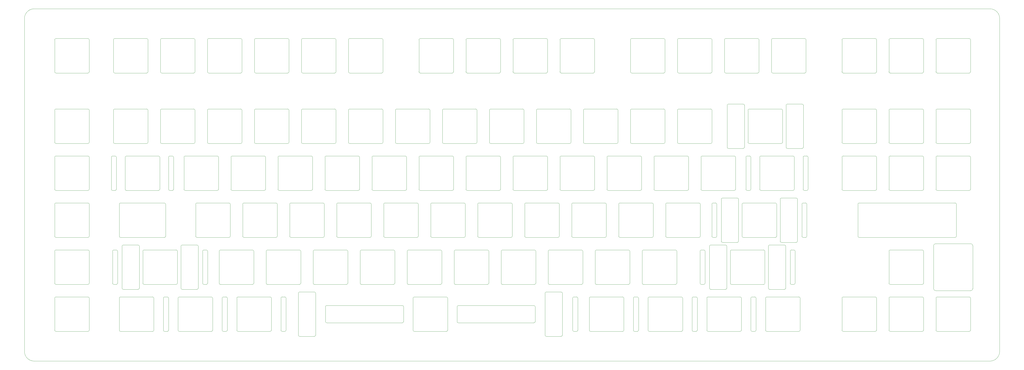
<source format=gm1>
%TF.GenerationSoftware,KiCad,Pcbnew,(6.0.0)*%
%TF.CreationDate,2022-03-09T15:54:11-05:00*%
%TF.ProjectId,custom_keyboard plate v3,63757374-6f6d-45f6-9b65-79626f617264,rev?*%
%TF.SameCoordinates,Original*%
%TF.FileFunction,Profile,NP*%
%FSLAX46Y46*%
G04 Gerber Fmt 4.6, Leading zero omitted, Abs format (unit mm)*
G04 Created by KiCad (PCBNEW (6.0.0)) date 2022-03-09 15:54:11*
%MOMM*%
%LPD*%
G01*
G04 APERTURE LIST*
%TA.AperFunction,Profile*%
%ADD10C,0.100000*%
%TD*%
%TA.AperFunction,Profile*%
%ADD11C,0.050000*%
%TD*%
G04 APERTURE END LIST*
D10*
X167094700Y-193030451D02*
X167094700Y-199030451D01*
X135927000Y-192530451D02*
X166594700Y-192530451D01*
X135427000Y-199030451D02*
X135427000Y-193030451D01*
X135927000Y-199530451D02*
X166594700Y-199530451D01*
X135427000Y-199030451D02*
G75*
G03*
X135927000Y-199530451I500001J1D01*
G01*
X135927000Y-192530451D02*
G75*
G03*
X135427000Y-193030451I1J-500001D01*
G01*
X167094700Y-193030451D02*
G75*
G03*
X166594700Y-192530451I-500001J-1D01*
G01*
X166594700Y-199530451D02*
G75*
G03*
X167094700Y-199030451I-1J500001D01*
G01*
X51877250Y-164452901D02*
G75*
G03*
X52377250Y-164952901I500001J1D01*
G01*
X52377250Y-164952901D02*
X70139750Y-164950501D01*
X52377250Y-150952901D02*
X70139750Y-150950501D01*
X51877250Y-151452901D02*
X51877250Y-164452901D01*
X52377250Y-150952901D02*
G75*
G03*
X51877250Y-151452901I1J-500001D01*
G01*
X219933000Y-192556151D02*
X189265300Y-192556151D01*
X220433000Y-193056151D02*
G75*
G03*
X219933000Y-192556151I-500001J-1D01*
G01*
X188765300Y-199056151D02*
X188765300Y-193056151D01*
X189265300Y-192556151D02*
G75*
G03*
X188765300Y-193056151I1J-500001D01*
G01*
X219933000Y-199556151D02*
G75*
G03*
X220433000Y-199056151I-1J500001D01*
G01*
X188765300Y-199056151D02*
G75*
G03*
X189265300Y-199556151I500001J1D01*
G01*
X220433000Y-193056151D02*
X220433000Y-199056151D01*
X219933000Y-199556151D02*
X189265300Y-199556151D01*
X344771000Y-132399301D02*
X344771000Y-145399301D01*
X345271000Y-131899301D02*
X358271000Y-131899301D01*
X363821000Y-132399301D02*
X363821000Y-145399301D01*
X396871000Y-132399301D02*
X396871000Y-145399301D01*
X377821000Y-132399301D02*
G75*
G03*
X377321000Y-131899301I-500001J-1D01*
G01*
X377321000Y-145899301D02*
G75*
G03*
X377821000Y-145399301I-1J500001D01*
G01*
X358771000Y-132399301D02*
G75*
G03*
X358271000Y-131899301I-500001J-1D01*
G01*
X396371000Y-145899301D02*
G75*
G03*
X396871000Y-145399301I-1J500001D01*
G01*
X382871000Y-132399301D02*
X382871000Y-145399301D01*
X383371000Y-131899301D02*
X396371000Y-131899301D01*
X358771000Y-132399301D02*
X358771000Y-145399301D01*
X345271000Y-145899301D02*
X358271000Y-145899301D01*
X396871000Y-132399301D02*
G75*
G03*
X396371000Y-131899301I-500001J-1D01*
G01*
X377821000Y-132399301D02*
X377821000Y-145399301D01*
X383371000Y-131899301D02*
G75*
G03*
X382871000Y-132399301I1J-500001D01*
G01*
X364321000Y-131899301D02*
X377321000Y-131899301D01*
X364321000Y-131899301D02*
G75*
G03*
X363821000Y-132399301I1J-500001D01*
G01*
X363821000Y-145399301D02*
G75*
G03*
X364321000Y-145899301I500001J1D01*
G01*
X364321000Y-145899301D02*
X377321000Y-145899301D01*
X383371000Y-145899301D02*
X396371000Y-145899301D01*
X358271000Y-145899301D02*
G75*
G03*
X358771000Y-145399301I-1J500001D01*
G01*
X344771000Y-145399301D02*
G75*
G03*
X345271000Y-145899301I500001J1D01*
G01*
X382871000Y-145399301D02*
G75*
G03*
X383371000Y-145899301I500001J1D01*
G01*
X345271000Y-131899301D02*
G75*
G03*
X344771000Y-132399301I1J-500001D01*
G01*
X363821000Y-84777301D02*
X363821000Y-97777301D01*
X377821000Y-84777301D02*
G75*
G03*
X377321000Y-84277301I-500001J-1D01*
G01*
X377321000Y-98277301D02*
G75*
G03*
X377821000Y-97777301I-1J500001D01*
G01*
X377821000Y-84777301D02*
X377821000Y-97777301D01*
X364321000Y-84277301D02*
X377321000Y-84277301D01*
X364321000Y-84277301D02*
G75*
G03*
X363821000Y-84777301I1J-500001D01*
G01*
X363821000Y-97777301D02*
G75*
G03*
X364321000Y-98277301I500001J1D01*
G01*
X364321000Y-98277301D02*
X377321000Y-98277301D01*
X305233000Y-111345701D02*
G75*
G03*
X304733000Y-110845701I-500001J-1D01*
G01*
X298733000Y-110845701D02*
G75*
G03*
X298233000Y-111345701I1J-500001D01*
G01*
X298233000Y-128350501D02*
X298233000Y-111345701D01*
X305233000Y-128350501D02*
X305233000Y-111345701D01*
X298733000Y-110845701D02*
X304733000Y-110845701D01*
X329109000Y-111345701D02*
G75*
G03*
X328609000Y-110845701I-500001J-1D01*
G01*
X322609000Y-110845701D02*
G75*
G03*
X322109000Y-111345701I1J-500001D01*
G01*
X322609000Y-110845701D02*
X328609000Y-110845701D01*
X61917700Y-183996901D02*
X74917700Y-183996901D01*
X61917700Y-169996901D02*
G75*
G03*
X61417700Y-170496901I1J-500001D01*
G01*
X61417700Y-170496901D02*
X61417700Y-183496901D01*
X61417700Y-183496901D02*
G75*
G03*
X61917700Y-183996901I500001J1D01*
G01*
X74917700Y-183996901D02*
G75*
G03*
X75417700Y-183496901I-1J500001D01*
G01*
X75417700Y-170496901D02*
G75*
G03*
X74917700Y-169996901I-500001J-1D01*
G01*
X75417700Y-170496901D02*
X75417700Y-183496901D01*
X61917700Y-169996901D02*
X74917700Y-169996901D01*
X130939750Y-187036101D02*
X124939750Y-187036101D01*
X131439750Y-187536101D02*
G75*
G03*
X130939750Y-187036101I-500001J-1D01*
G01*
X124939750Y-187036101D02*
G75*
G03*
X124439750Y-187536101I1J-500001D01*
G01*
X230939750Y-187036101D02*
X224939750Y-187036101D01*
X231439750Y-187536101D02*
G75*
G03*
X230939750Y-187036101I-500001J-1D01*
G01*
X224939750Y-187036101D02*
G75*
G03*
X224439750Y-187536101I1J-500001D01*
G01*
X70235650Y-189042702D02*
G75*
G03*
X69735650Y-189542702I1J-500001D01*
G01*
X71830150Y-202542701D02*
X71830150Y-189542702D01*
X70235650Y-189042702D02*
X71330150Y-189042702D01*
X69735650Y-202542701D02*
G75*
G03*
X70235650Y-203042701I500001J1D01*
G01*
X70235650Y-203042701D02*
X71330150Y-203042701D01*
X71330150Y-203042701D02*
G75*
G03*
X71830150Y-202542701I-1J500001D01*
G01*
X69735650Y-202542701D02*
X69735650Y-189542702D01*
X71830150Y-189542702D02*
G75*
G03*
X71330150Y-189042702I-500001J-1D01*
G01*
X93546650Y-202542701D02*
X93546650Y-189542702D01*
X94046650Y-189042702D02*
G75*
G03*
X93546650Y-189542702I1J-500001D01*
G01*
X95641150Y-189542702D02*
G75*
G03*
X95141150Y-189042702I-500001J-1D01*
G01*
X93546650Y-202542701D02*
G75*
G03*
X94046650Y-203042701I500001J1D01*
G01*
X94046650Y-203042701D02*
X95141150Y-203042701D01*
X95641150Y-202542701D02*
X95641150Y-189542702D01*
X94046650Y-189042702D02*
X95141150Y-189042702D01*
X95141150Y-203042701D02*
G75*
G03*
X95641150Y-202542701I-1J500001D01*
G01*
X117857650Y-189042702D02*
G75*
G03*
X117357650Y-189542702I1J-500001D01*
G01*
X119452150Y-189542702D02*
G75*
G03*
X118952150Y-189042702I-500001J-1D01*
G01*
X117357650Y-202542701D02*
G75*
G03*
X117857650Y-203042701I500001J1D01*
G01*
X119452150Y-202542701D02*
X119452150Y-189542702D01*
X117857650Y-203042701D02*
X118952150Y-203042701D01*
X117857650Y-189042702D02*
X118952150Y-189042702D01*
X117357650Y-202542701D02*
X117357650Y-189542702D01*
X118952150Y-203042701D02*
G75*
G03*
X119452150Y-202542701I-1J500001D01*
G01*
X309440150Y-203042701D02*
G75*
G03*
X309940150Y-202542701I-1J500001D01*
G01*
X308345650Y-189042702D02*
G75*
G03*
X307845650Y-189542702I1J-500001D01*
G01*
X309940150Y-202542701D02*
X309940150Y-189542702D01*
X308345650Y-203042701D02*
X309440150Y-203042701D01*
X309940150Y-189542702D02*
G75*
G03*
X309440150Y-189042702I-500001J-1D01*
G01*
X307845650Y-202542701D02*
X307845650Y-189542702D01*
X307845650Y-202542701D02*
G75*
G03*
X308345650Y-203042701I500001J1D01*
G01*
X308345650Y-189042702D02*
X309440150Y-189042702D01*
X284534650Y-189042702D02*
X285629150Y-189042702D01*
X284034650Y-202542701D02*
X284034650Y-189542702D01*
X284034650Y-202542701D02*
G75*
G03*
X284534650Y-203042701I500001J1D01*
G01*
X284534650Y-189042702D02*
G75*
G03*
X284034650Y-189542702I1J-500001D01*
G01*
X285629150Y-203042701D02*
G75*
G03*
X286129150Y-202542701I-1J500001D01*
G01*
X284534650Y-203042701D02*
X285629150Y-203042701D01*
X286129150Y-189542702D02*
G75*
G03*
X285629150Y-189042702I-500001J-1D01*
G01*
X286129150Y-202542701D02*
X286129150Y-189542702D01*
X260723650Y-189042702D02*
G75*
G03*
X260223650Y-189542702I1J-500001D01*
G01*
X260223650Y-202542701D02*
X260223650Y-189542702D01*
X262318150Y-202542701D02*
X262318150Y-189542702D01*
X262318150Y-189542702D02*
G75*
G03*
X261818150Y-189042702I-500001J-1D01*
G01*
X260723650Y-189042702D02*
X261818150Y-189042702D01*
X260223650Y-202542701D02*
G75*
G03*
X260723650Y-203042701I500001J1D01*
G01*
X261818150Y-203042701D02*
G75*
G03*
X262318150Y-202542701I-1J500001D01*
G01*
X260723650Y-203042701D02*
X261818150Y-203042701D01*
X82544800Y-84775501D02*
G75*
G03*
X82044800Y-84275501I-500001J-1D01*
G01*
X68544800Y-84775501D02*
X68544800Y-97775500D01*
X82544800Y-84775501D02*
X82544800Y-97775500D01*
X69044800Y-84275501D02*
G75*
G03*
X68544800Y-84775501I1J-500001D01*
G01*
X69044800Y-84275501D02*
X82044800Y-84275501D01*
X69044800Y-98275500D02*
X82044800Y-98275500D01*
X82044800Y-98275500D02*
G75*
G03*
X82544800Y-97775500I-1J500001D01*
G01*
X68544800Y-97775500D02*
G75*
G03*
X69044800Y-98275500I500001J1D01*
G01*
X77355700Y-167992101D02*
X83355700Y-167992101D01*
X53479700Y-185996901D02*
X59479700Y-185996901D01*
X77355700Y-185996901D02*
X83355700Y-185996901D01*
X83855700Y-168492101D02*
G75*
G03*
X83355700Y-167992101I-500001J-1D01*
G01*
X59979700Y-185496901D02*
X59979700Y-168492101D01*
X59479700Y-185996901D02*
G75*
G03*
X59979700Y-185496901I-1J500001D01*
G01*
X52979700Y-185496901D02*
G75*
G03*
X53479700Y-185996901I500001J1D01*
G01*
X76855700Y-185496901D02*
G75*
G03*
X77355700Y-185996901I500001J1D01*
G01*
X52979700Y-185496901D02*
X52979700Y-168492101D01*
X77355700Y-167992101D02*
G75*
G03*
X76855700Y-168492101I1J-500001D01*
G01*
X83355700Y-185996901D02*
G75*
G03*
X83855700Y-185496901I-1J500001D01*
G01*
X76855700Y-168492101D02*
X76855700Y-185496901D01*
X83855700Y-168492101D02*
X83855700Y-185496901D01*
X59979700Y-168492101D02*
G75*
G03*
X59479700Y-167992101I-500001J-1D01*
G01*
X53479700Y-167992101D02*
X59479700Y-167992101D01*
X53479700Y-167992101D02*
G75*
G03*
X52979700Y-168492101I1J-500001D01*
G01*
X130939750Y-205050501D02*
X124939750Y-205050501D01*
X130939750Y-205050501D02*
G75*
G03*
X131439750Y-204550501I-1J500001D01*
G01*
X124439750Y-204550501D02*
G75*
G03*
X124939750Y-205050501I500001J1D01*
G01*
X230939750Y-205050501D02*
G75*
G03*
X231439750Y-204550501I-1J500001D01*
G01*
X224439750Y-204550501D02*
G75*
G03*
X224939750Y-205050501I500001J1D01*
G01*
X230939750Y-205050501D02*
X224939750Y-205050501D01*
X304789900Y-164948101D02*
X317789900Y-164948101D01*
X318289900Y-151448101D02*
G75*
G03*
X317789900Y-150948101I-500001J-1D01*
G01*
X304789900Y-150948101D02*
X317789900Y-150948101D01*
X302351900Y-166948101D02*
G75*
G03*
X302851900Y-166448101I-1J500001D01*
G01*
X296351900Y-166948101D02*
X302351900Y-166948101D01*
X319727900Y-166448101D02*
G75*
G03*
X320227900Y-166948101I500001J1D01*
G01*
X319727900Y-149443301D02*
X319727900Y-166448101D01*
X326727900Y-149443301D02*
X326727900Y-166448101D01*
X320227900Y-166948101D02*
X326227900Y-166948101D01*
X317789900Y-164948101D02*
G75*
G03*
X318289900Y-164448101I-1J500001D01*
G01*
X304789900Y-150948101D02*
G75*
G03*
X304289900Y-151448101I1J-500001D01*
G01*
X326227900Y-166948101D02*
G75*
G03*
X326727900Y-166448101I-1J500001D01*
G01*
X318289900Y-151448101D02*
X318289900Y-164448101D01*
X295851900Y-166448101D02*
G75*
G03*
X296351900Y-166948101I500001J1D01*
G01*
X304289900Y-151448101D02*
X304289900Y-164448101D01*
X304289900Y-164448101D02*
G75*
G03*
X304789900Y-164948101I500001J1D01*
G01*
X320227900Y-148943301D02*
G75*
G03*
X319727900Y-149443301I1J-500001D01*
G01*
X302851900Y-166448101D02*
X302851900Y-149443301D01*
X296351900Y-148943301D02*
G75*
G03*
X295851900Y-149443301I1J-500001D01*
G01*
X326727900Y-149443301D02*
G75*
G03*
X326227900Y-148943301I-500001J-1D01*
G01*
X295851900Y-166448101D02*
X295851900Y-149443301D01*
X320227900Y-148943301D02*
X326227900Y-148943301D01*
X302851900Y-149443301D02*
G75*
G03*
X302351900Y-148943301I-500001J-1D01*
G01*
X296351900Y-148943301D02*
X302351900Y-148943301D01*
X300027700Y-169996901D02*
G75*
G03*
X299527700Y-170496901I1J-500001D01*
G01*
X315465700Y-167992101D02*
X321465700Y-167992101D01*
X298089700Y-168492101D02*
G75*
G03*
X297589700Y-167992101I-500001J-1D01*
G01*
X297589700Y-185996901D02*
G75*
G03*
X298089700Y-185496901I-1J500001D01*
G01*
X314965700Y-185496901D02*
G75*
G03*
X315465700Y-185996901I500001J1D01*
G01*
X315465700Y-185996901D02*
X321465700Y-185996901D01*
X313527700Y-170496901D02*
X313527700Y-183496901D01*
X315465700Y-167992101D02*
G75*
G03*
X314965700Y-168492101I1J-500001D01*
G01*
X291589700Y-167992101D02*
G75*
G03*
X291089700Y-168492101I1J-500001D01*
G01*
X291089700Y-185496901D02*
X291089700Y-168492101D01*
X291589700Y-167992101D02*
X297589700Y-167992101D01*
X300027700Y-169996901D02*
X313027700Y-169996901D01*
X291089700Y-185496901D02*
G75*
G03*
X291589700Y-185996901I500001J1D01*
G01*
X314965700Y-168492101D02*
X314965700Y-185496901D01*
X299527700Y-170496901D02*
X299527700Y-183496901D01*
X299527700Y-183496901D02*
G75*
G03*
X300027700Y-183996901I500001J1D01*
G01*
X313027700Y-183996901D02*
G75*
G03*
X313527700Y-183496901I-1J500001D01*
G01*
X291589700Y-185996901D02*
X297589700Y-185996901D01*
X298089700Y-185496901D02*
X298089700Y-168492101D01*
X321965700Y-168492101D02*
X321965700Y-185496901D01*
X300027700Y-183996901D02*
X313027700Y-183996901D01*
X321465700Y-185996901D02*
G75*
G03*
X321965700Y-185496901I-1J500001D01*
G01*
X313527700Y-170496901D02*
G75*
G03*
X313027700Y-169996901I-500001J-1D01*
G01*
X321965700Y-168492101D02*
G75*
G03*
X321465700Y-167992101I-500001J-1D01*
G01*
X263521000Y-132400501D02*
G75*
G03*
X263021000Y-131900501I-500001J-1D01*
G01*
X120146000Y-98275500D02*
G75*
G03*
X120646000Y-97775500I-1J500001D01*
G01*
X173821000Y-84275501D02*
G75*
G03*
X173321000Y-84775501I1J-500001D01*
G01*
X101096000Y-126850501D02*
G75*
G03*
X101596000Y-126350501I-1J500001D01*
G01*
X377821000Y-189550501D02*
G75*
G03*
X377321000Y-189050501I-500001J-1D01*
G01*
X26183500Y-170000501D02*
X39183499Y-170000501D01*
X173321000Y-145400501D02*
G75*
G03*
X173821000Y-145900501I500001J1D01*
G01*
X220658500Y-170500501D02*
G75*
G03*
X220158500Y-170000501I-500001J-1D01*
G01*
X111408500Y-170500501D02*
X111408500Y-183500501D01*
X164296000Y-112850501D02*
X177296000Y-112850501D01*
X306671000Y-113350501D02*
X306671000Y-126350501D01*
X245258500Y-170000501D02*
G75*
G03*
X244758500Y-170500501I1J-500001D01*
G01*
X120933500Y-164450501D02*
G75*
G03*
X121433500Y-164950501I500001J1D01*
G01*
D11*
X404723999Y-72226700D02*
X17398399Y-72226700D01*
D10*
X169058500Y-170000501D02*
X182058500Y-170000501D01*
X135221000Y-145400501D02*
G75*
G03*
X135721000Y-145900501I500001J1D01*
G01*
X236116550Y-189042702D02*
X237211050Y-189042702D01*
X316196000Y-97775500D02*
G75*
G03*
X316696000Y-98275500I500001J1D01*
G01*
X49158500Y-131900501D02*
G75*
G03*
X48658500Y-132400501I1J-500001D01*
G01*
X263808500Y-183500501D02*
G75*
G03*
X264308500Y-184000501I500001J1D01*
G01*
X88096000Y-84275501D02*
X101096000Y-84275501D01*
X192871000Y-145900501D02*
X205871000Y-145900501D01*
X39683499Y-151450501D02*
G75*
G03*
X39183499Y-150950501I-500001J-1D01*
G01*
X192871000Y-131900501D02*
G75*
G03*
X192371000Y-132400501I1J-500001D01*
G01*
X259546000Y-84275501D02*
G75*
G03*
X259046000Y-84775501I1J-500001D01*
G01*
X253996000Y-113350501D02*
G75*
G03*
X253496000Y-112850501I-500001J-1D01*
G01*
X234446000Y-126850501D02*
G75*
G03*
X234946000Y-126350501I-1J500001D01*
G01*
X244471000Y-84775501D02*
X244471000Y-97775500D01*
X397784900Y-185725201D02*
X397784900Y-168263801D01*
X320671000Y-113350501D02*
X320671000Y-126350501D01*
X169058500Y-170000501D02*
G75*
G03*
X168558500Y-170500501I1J-500001D01*
G01*
X25683500Y-202550501D02*
G75*
G03*
X26183500Y-203050501I500001J1D01*
G01*
X197633500Y-164950501D02*
X210633500Y-164950501D01*
X259046000Y-113350501D02*
X259046000Y-126350501D01*
X329533500Y-131900501D02*
X330533500Y-131900501D01*
X382871000Y-202550501D02*
G75*
G03*
X383371000Y-203050501I500001J1D01*
G01*
X224439750Y-187536101D02*
X224439750Y-204550501D01*
X329533500Y-145900501D02*
X330533500Y-145900501D01*
X239708500Y-170500501D02*
G75*
G03*
X239208500Y-170000501I-500001J-1D01*
G01*
X126196000Y-126850501D02*
X139196000Y-126850501D01*
X167771000Y-145900501D02*
G75*
G03*
X168271000Y-145400501I-1J500001D01*
G01*
X278596000Y-98275500D02*
X291596000Y-98275500D01*
X211921000Y-145900501D02*
X224921000Y-145900501D01*
X220658500Y-170500501D02*
X220658500Y-183500501D01*
X192371000Y-132400501D02*
X192371000Y-145400501D01*
X49652250Y-170000501D02*
X50652250Y-170000501D01*
X50658500Y-132400501D02*
G75*
G03*
X50158500Y-131900501I-500001J-1D01*
G01*
X363821000Y-183500501D02*
G75*
G03*
X364321000Y-184000501I500001J1D01*
G01*
X39683499Y-84775501D02*
G75*
G03*
X39183499Y-84275501I-500001J-1D01*
G01*
X396871000Y-113350501D02*
G75*
G03*
X396371000Y-112850501I-500001J-1D01*
G01*
X263521000Y-132400501D02*
X263521000Y-145400501D01*
X259046000Y-97775500D02*
G75*
G03*
X259546000Y-98275500I500001J1D01*
G01*
X126196000Y-98275500D02*
X139196000Y-98275500D01*
X364321000Y-184000501D02*
X377321000Y-184000501D01*
X201608500Y-170500501D02*
X201608500Y-183500501D01*
X187608500Y-170500501D02*
X187608500Y-183500501D01*
X235233500Y-164450501D02*
G75*
G03*
X235733500Y-164950501I500001J1D01*
G01*
X216683500Y-164950501D02*
X229683500Y-164950501D01*
X101883500Y-151450501D02*
X101883500Y-164450501D01*
X345271000Y-189050501D02*
X358271000Y-189050501D01*
X358771000Y-189550501D02*
X358771000Y-202550501D01*
X154771000Y-145900501D02*
X167771000Y-145900501D01*
X168271000Y-132400501D02*
G75*
G03*
X167771000Y-131900501I-500001J-1D01*
G01*
X391141601Y-151449301D02*
G75*
G03*
X390641601Y-150949301I-500001J-1D01*
G01*
X144746000Y-113350501D02*
X144746000Y-126350501D01*
X225421000Y-132400501D02*
G75*
G03*
X224921000Y-131900501I-500001J-1D01*
G01*
X78571000Y-131900501D02*
G75*
G03*
X78071000Y-132400501I1J-500001D01*
G01*
X363821000Y-126350501D02*
G75*
G03*
X364321000Y-126850501I500001J1D01*
G01*
X216183500Y-151450501D02*
X216183500Y-164450501D01*
X149221000Y-132400501D02*
X149221000Y-145400501D01*
X344771000Y-126350501D02*
G75*
G03*
X345271000Y-126850501I500001J1D01*
G01*
X207158500Y-170000501D02*
G75*
G03*
X206658500Y-170500501I1J-500001D01*
G01*
X235733500Y-164950501D02*
X248733500Y-164950501D01*
X311933500Y-131900501D02*
G75*
G03*
X311433500Y-132400501I1J-500001D01*
G01*
X25683500Y-164450501D02*
G75*
G03*
X26183500Y-164950501I500001J1D01*
G01*
X139696000Y-113350501D02*
G75*
G03*
X139196000Y-112850501I-500001J-1D01*
G01*
X92358500Y-183500501D02*
G75*
G03*
X92858500Y-184000501I500001J1D01*
G01*
X39683499Y-151450501D02*
X39683499Y-164450501D01*
X129671000Y-145900501D02*
G75*
G03*
X130171000Y-145400501I-1J500001D01*
G01*
X65877250Y-189550501D02*
X65877250Y-202550501D01*
X26183500Y-150950501D02*
X39183499Y-150950501D01*
X287620999Y-145400501D02*
G75*
G03*
X288120999Y-145900501I500001J1D01*
G01*
X163508500Y-170500501D02*
G75*
G03*
X163008500Y-170000501I-500001J-1D01*
G01*
X226208500Y-184000501D02*
X239208500Y-184000501D01*
X269071000Y-131900501D02*
G75*
G03*
X268571000Y-132400501I1J-500001D01*
G01*
X303502250Y-203050501D02*
G75*
G03*
X304002250Y-202550501I-1J500001D01*
G01*
X239996000Y-113350501D02*
X239996000Y-126350501D01*
X254783500Y-150950501D02*
G75*
G03*
X254283500Y-151450501I1J-500001D01*
G01*
X383371000Y-126850501D02*
X396371000Y-126850501D01*
X269071000Y-145900501D02*
X282071000Y-145900501D01*
X292539750Y-164950501D02*
X293539750Y-164950501D01*
X236116550Y-203042701D02*
X237211050Y-203042701D01*
X101596000Y-113350501D02*
X101596000Y-126350501D01*
X328609000Y-128850501D02*
G75*
G03*
X329109000Y-128350501I-1J500001D01*
G01*
X239208500Y-184000501D02*
G75*
G03*
X239708500Y-183500501I-1J500001D01*
G01*
X250021000Y-145900501D02*
X263021000Y-145900501D01*
X113502250Y-189550501D02*
G75*
G03*
X113002250Y-189050501I-500001J-1D01*
G01*
X39683499Y-170500501D02*
X39683499Y-183500501D01*
X225421000Y-84775501D02*
X225421000Y-97775500D01*
X280189750Y-189550501D02*
X280189750Y-202550501D01*
X235616550Y-202542701D02*
X235616550Y-189542702D01*
X278596000Y-84275501D02*
G75*
G03*
X278096000Y-84775501I1J-500001D01*
G01*
X140483500Y-164950501D02*
X153483499Y-164950501D01*
X272546000Y-126850501D02*
G75*
G03*
X273046000Y-126350501I-1J500001D01*
G01*
X183346000Y-112850501D02*
X196346000Y-112850501D01*
X291596000Y-126850501D02*
G75*
G03*
X292096000Y-126350501I-1J500001D01*
G01*
X304002250Y-189550501D02*
G75*
G03*
X303502250Y-189050501I-500001J-1D01*
G01*
X287277249Y-170500501D02*
X287277249Y-183500501D01*
X184439750Y-203050501D02*
G75*
G03*
X184939750Y-202550501I-1J500001D01*
G01*
X301621000Y-132400501D02*
X301621000Y-145400501D01*
X102383500Y-164950501D02*
X115383500Y-164950501D01*
X63496000Y-113350501D02*
G75*
G03*
X62996000Y-112850501I-500001J-1D01*
G01*
X130958500Y-170000501D02*
X143958500Y-170000501D01*
X106646000Y-84775501D02*
X106646000Y-97775500D01*
X26183500Y-84275501D02*
G75*
G03*
X25683500Y-84775501I1J-500001D01*
G01*
X311433500Y-145400501D02*
G75*
G03*
X311933500Y-145900501I500001J1D01*
G01*
X130171000Y-132400501D02*
X130171000Y-145400501D01*
X215896000Y-113350501D02*
G75*
G03*
X215396000Y-112850501I-500001J-1D01*
G01*
X351750299Y-164949301D02*
X390641601Y-164949301D01*
X216683500Y-150950501D02*
G75*
G03*
X216183500Y-151450501I1J-500001D01*
G01*
X243971000Y-145900501D02*
G75*
G03*
X244471000Y-145400501I-1J500001D01*
G01*
X139983500Y-164450501D02*
G75*
G03*
X140483500Y-164950501I500001J1D01*
G01*
X115883500Y-151450501D02*
X115883500Y-164450501D01*
X168558500Y-183500501D02*
G75*
G03*
X169058500Y-184000501I500001J1D01*
G01*
X273046000Y-84775501D02*
X273046000Y-97775500D01*
X134933500Y-151450501D02*
X134933500Y-164450501D01*
X111121000Y-132400501D02*
G75*
G03*
X110621000Y-131900501I-500001J-1D01*
G01*
X178583500Y-150950501D02*
X191583500Y-150950501D01*
X168271000Y-132400501D02*
X168271000Y-145400501D01*
X201108500Y-184000501D02*
G75*
G03*
X201608500Y-183500501I-1J500001D01*
G01*
X230971000Y-131900501D02*
X243971000Y-131900501D01*
D11*
X17398399Y-215092700D02*
X404723999Y-215092700D01*
D10*
X377821000Y-170500501D02*
G75*
G03*
X377321000Y-170000501I-500001J-1D01*
G01*
X196846000Y-113350501D02*
X196846000Y-126350501D01*
X26183500Y-189050501D02*
G75*
G03*
X25683500Y-189550501I1J-500001D01*
G01*
X205871000Y-98275500D02*
G75*
G03*
X206371000Y-97775500I-1J500001D01*
G01*
X158746000Y-84775501D02*
X158746000Y-97775500D01*
X266689750Y-189050501D02*
X279689750Y-189050501D01*
X145246000Y-84275501D02*
G75*
G03*
X144746000Y-84775501I1J-500001D01*
G01*
X330539750Y-151450501D02*
G75*
G03*
X330039750Y-150950501I-500001J-1D01*
G01*
X121433500Y-164950501D02*
X134433500Y-164950501D01*
X173821000Y-131900501D02*
X186821000Y-131900501D01*
X192871000Y-131900501D02*
X205871000Y-131900501D01*
X377321000Y-126850501D02*
G75*
G03*
X377821000Y-126350501I-1J500001D01*
G01*
X225421000Y-132400501D02*
X225421000Y-145400501D01*
X287333500Y-151450501D02*
G75*
G03*
X286833500Y-150950501I-500001J-1D01*
G01*
X272546000Y-98275500D02*
G75*
G03*
X273046000Y-97775500I-1J500001D01*
G01*
X330039750Y-164950501D02*
G75*
G03*
X330539750Y-164450501I-1J500001D01*
G01*
X63496000Y-113350501D02*
X63496000Y-126350501D01*
X49996000Y-112850501D02*
G75*
G03*
X49496000Y-113350501I1J-500001D01*
G01*
X211921000Y-131900501D02*
G75*
G03*
X211421000Y-132400501I1J-500001D01*
G01*
X54758500Y-131900501D02*
X67758500Y-131900501D01*
X290502250Y-189050501D02*
G75*
G03*
X290002250Y-189550501I1J-500001D01*
G01*
X65377250Y-203050501D02*
G75*
G03*
X65877250Y-202550501I-1J500001D01*
G01*
X278096000Y-113350501D02*
X278096000Y-126350501D01*
X325433500Y-132400501D02*
X325433500Y-145400501D01*
X75689750Y-189550501D02*
X75689750Y-202550501D01*
X382871000Y-84775501D02*
X382871000Y-97775500D01*
X120646000Y-113350501D02*
X120646000Y-126350501D01*
X256377250Y-189550501D02*
X256377250Y-202550501D01*
X116671000Y-131900501D02*
G75*
G03*
X116171000Y-132400501I1J-500001D01*
G01*
X273046000Y-84775501D02*
G75*
G03*
X272546000Y-84275501I-500001J-1D01*
G01*
X159033500Y-164450501D02*
G75*
G03*
X159533500Y-164950501I500001J1D01*
G01*
D11*
X17398399Y-72226700D02*
G75*
G03*
X13429899Y-76195200I1J-3968501D01*
G01*
D10*
X106646000Y-126350501D02*
G75*
G03*
X107146000Y-126850501I500001J1D01*
G01*
X258758500Y-170500501D02*
X258758500Y-183500501D01*
X110621000Y-145900501D02*
G75*
G03*
X111121000Y-145400501I-1J500001D01*
G01*
X39683499Y-132400501D02*
G75*
G03*
X39183499Y-131900501I-500001J-1D01*
G01*
X231439750Y-187536101D02*
X231439750Y-204550501D01*
X68546000Y-113350501D02*
X68546000Y-126350501D01*
X25683500Y-145400501D02*
G75*
G03*
X26183500Y-145900501I500001J1D01*
G01*
X49996000Y-84275501D02*
X62996000Y-84275501D01*
X170939750Y-202550501D02*
G75*
G03*
X171439750Y-203050501I500001J1D01*
G01*
X39683499Y-132400501D02*
X39683499Y-145400501D01*
X126196000Y-112850501D02*
X139196000Y-112850501D01*
X329696000Y-98275500D02*
G75*
G03*
X330196000Y-97775500I-1J500001D01*
G01*
X235233500Y-151450501D02*
X235233500Y-164450501D01*
X381910900Y-168263801D02*
X381910900Y-185725201D01*
X269071000Y-131900501D02*
X282071000Y-131900501D01*
X120646000Y-84775501D02*
X120646000Y-97775500D01*
X351750299Y-150949301D02*
G75*
G03*
X351250299Y-151449301I1J-500001D01*
G01*
X192871000Y-84275501D02*
X205871000Y-84275501D01*
X294039750Y-151450501D02*
X294039750Y-164450501D01*
X202396000Y-112850501D02*
X215396000Y-112850501D01*
X306333500Y-131900501D02*
X307333500Y-131900501D01*
X287333500Y-151450501D02*
X287333500Y-164450501D01*
X26183500Y-126850501D02*
X39183499Y-126850501D01*
X153983499Y-151450501D02*
G75*
G03*
X153483499Y-150950501I-500001J-1D01*
G01*
X49496000Y-113350501D02*
X49496000Y-126350501D01*
X62996000Y-126850501D02*
G75*
G03*
X63496000Y-126350501I-1J500001D01*
G01*
X279689750Y-203050501D02*
G75*
G03*
X280189750Y-202550501I-1J500001D01*
G01*
X26183500Y-112850501D02*
G75*
G03*
X25683500Y-113350501I1J-500001D01*
G01*
X92358500Y-170500501D02*
X92358500Y-183500501D01*
X364321000Y-170000501D02*
X377321000Y-170000501D01*
X266189750Y-202550501D02*
G75*
G03*
X266689750Y-203050501I500001J1D01*
G01*
X54258500Y-132400501D02*
X54258500Y-145400501D01*
X192083500Y-151450501D02*
X192083500Y-164450501D01*
X89689750Y-189550501D02*
G75*
G03*
X89189750Y-189050501I-500001J-1D01*
G01*
X358771000Y-84775501D02*
G75*
G03*
X358271000Y-84275501I-500001J-1D01*
G01*
X250021000Y-131900501D02*
X263021000Y-131900501D01*
X324277250Y-170000501D02*
X325277250Y-170000501D01*
X139696000Y-113350501D02*
X139696000Y-126350501D01*
X358771000Y-113350501D02*
X358771000Y-126350501D01*
X351250299Y-164449301D02*
G75*
G03*
X351750299Y-164949301I500001J1D01*
G01*
X145246000Y-112850501D02*
G75*
G03*
X144746000Y-113350501I1J-500001D01*
G01*
X159533500Y-164950501D02*
X172533500Y-164950501D01*
X273833500Y-150950501D02*
G75*
G03*
X273333500Y-151450501I1J-500001D01*
G01*
X158246000Y-126850501D02*
G75*
G03*
X158746000Y-126350501I-1J500001D01*
G01*
X107146000Y-112850501D02*
G75*
G03*
X106646000Y-113350501I1J-500001D01*
G01*
X206371000Y-132400501D02*
X206371000Y-145400501D01*
X245258500Y-170000501D02*
X258258500Y-170000501D01*
X163796000Y-126350501D02*
G75*
G03*
X164296000Y-126850501I500001J1D01*
G01*
X267783500Y-164950501D02*
G75*
G03*
X268283500Y-164450501I-1J500001D01*
G01*
X234946000Y-113350501D02*
G75*
G03*
X234446000Y-112850501I-500001J-1D01*
G01*
X186821000Y-98275500D02*
G75*
G03*
X187321000Y-97775500I-1J500001D01*
G01*
X75689750Y-202550501D02*
G75*
G03*
X76189750Y-203050501I500001J1D01*
G01*
X188108500Y-170000501D02*
G75*
G03*
X187608500Y-170500501I1J-500001D01*
G01*
X205871000Y-145900501D02*
G75*
G03*
X206371000Y-145400501I-1J500001D01*
G01*
X100002250Y-189050501D02*
G75*
G03*
X99502250Y-189550501I1J-500001D01*
G01*
X383371000Y-203050501D02*
X396371000Y-203050501D01*
X63496000Y-84775501D02*
G75*
G03*
X62996000Y-84275501I-500001J-1D01*
G01*
X377821000Y-113350501D02*
X377821000Y-126350501D01*
X293539750Y-164950501D02*
G75*
G03*
X294039750Y-164450501I-1J500001D01*
G01*
X211421000Y-145400501D02*
G75*
G03*
X211921000Y-145900501I500001J1D01*
G01*
X101883500Y-164450501D02*
G75*
G03*
X102383500Y-164950501I500001J1D01*
G01*
X278096000Y-97775500D02*
G75*
G03*
X278596000Y-98275500I500001J1D01*
G01*
X173033500Y-151450501D02*
X173033500Y-164450501D01*
X144746000Y-84775501D02*
X144746000Y-97775500D01*
X289277249Y-170500501D02*
G75*
G03*
X288777249Y-170000501I-500001J-1D01*
G01*
X49996000Y-84275501D02*
G75*
G03*
X49496000Y-84775501I1J-500001D01*
G01*
X26183500Y-184000501D02*
X39183499Y-184000501D01*
X26183500Y-189050501D02*
X39183499Y-189050501D01*
X106646000Y-113350501D02*
X106646000Y-126350501D01*
X86152250Y-170000501D02*
G75*
G03*
X85652250Y-170500501I1J-500001D01*
G01*
X381910900Y-185725201D02*
G75*
G03*
X382704600Y-186518901I793699J-1D01*
G01*
X304733000Y-128850501D02*
G75*
G03*
X305233000Y-128350501I-1J500001D01*
G01*
X331033500Y-132400501D02*
X331033500Y-145400501D01*
X97621000Y-131900501D02*
G75*
G03*
X97121000Y-132400501I1J-500001D01*
G01*
X263021000Y-145900501D02*
G75*
G03*
X263521000Y-145400501I-1J500001D01*
G01*
X69046000Y-112850501D02*
G75*
G03*
X68546000Y-113350501I1J-500001D01*
G01*
X186821000Y-145900501D02*
G75*
G03*
X187321000Y-145400501I-1J500001D01*
G01*
X330533500Y-145900501D02*
G75*
G03*
X331033500Y-145400501I-1J500001D01*
G01*
X263808500Y-170500501D02*
X263808500Y-183500501D01*
X310646000Y-98275500D02*
G75*
G03*
X311146000Y-97775500I-1J500001D01*
G01*
X70139750Y-164950501D02*
G75*
G03*
X70639750Y-164450501I-1J500001D01*
G01*
X115883500Y-151450501D02*
G75*
G03*
X115383500Y-150950501I-500001J-1D01*
G01*
X282571000Y-132400501D02*
X282571000Y-145400501D01*
X83333500Y-164950501D02*
X96333500Y-164950501D01*
X278596000Y-112850501D02*
X291596000Y-112850501D01*
X158746000Y-84775501D02*
G75*
G03*
X158246000Y-84275501I-500001J-1D01*
G01*
X25683500Y-126350501D02*
G75*
G03*
X26183500Y-126850501I500001J1D01*
G01*
X116671000Y-131900501D02*
X129671000Y-131900501D01*
X345271000Y-98275500D02*
X358271000Y-98275500D01*
X125696000Y-84775501D02*
X125696000Y-97775500D01*
X86152250Y-184000501D02*
X87152250Y-184000501D01*
X202396000Y-126850501D02*
X215396000Y-126850501D01*
X111908500Y-170000501D02*
G75*
G03*
X111408500Y-170500501I1J-500001D01*
G01*
X329039750Y-150950501D02*
G75*
G03*
X328539750Y-151450501I1J-500001D01*
G01*
X268571000Y-145400501D02*
G75*
G03*
X269071000Y-145900501I500001J1D01*
G01*
X211421000Y-84775501D02*
X211421000Y-97775500D01*
X237211050Y-203042701D02*
G75*
G03*
X237711050Y-202542701I-1J500001D01*
G01*
X107146000Y-112850501D02*
X120146000Y-112850501D01*
X286833500Y-164950501D02*
G75*
G03*
X287333500Y-164450501I-1J500001D01*
G01*
X328539750Y-151450501D02*
X328539750Y-164450501D01*
X282571000Y-132400501D02*
G75*
G03*
X282071000Y-131900501I-500001J-1D01*
G01*
X87152250Y-184000501D02*
G75*
G03*
X87652250Y-183500501I-1J500001D01*
G01*
X154771000Y-131900501D02*
G75*
G03*
X154271000Y-132400501I1J-500001D01*
G01*
X206371000Y-132400501D02*
G75*
G03*
X205871000Y-131900501I-500001J-1D01*
G01*
X26183500Y-164950501D02*
X39183499Y-164950501D01*
X364321000Y-112850501D02*
G75*
G03*
X363821000Y-113350501I1J-500001D01*
G01*
X311933500Y-131900501D02*
X324933500Y-131900501D01*
X91571000Y-145900501D02*
G75*
G03*
X92071000Y-145400501I-1J500001D01*
G01*
X345271000Y-203050501D02*
X358271000Y-203050501D01*
X382704600Y-167470101D02*
G75*
G03*
X381910900Y-168263801I-1J-793699D01*
G01*
X344771000Y-189550501D02*
X344771000Y-202550501D01*
X82046000Y-126850501D02*
G75*
G03*
X82546000Y-126350501I-1J500001D01*
G01*
X78571000Y-131900501D02*
X91571000Y-131900501D01*
X196846000Y-113350501D02*
G75*
G03*
X196346000Y-112850501I-500001J-1D01*
G01*
X215396000Y-126850501D02*
G75*
G03*
X215896000Y-126350501I-1J500001D01*
G01*
X230971000Y-84275501D02*
G75*
G03*
X230471000Y-84775501I1J-500001D01*
G01*
X125696000Y-97775500D02*
G75*
G03*
X126196000Y-98275500I500001J1D01*
G01*
X306333500Y-131900501D02*
G75*
G03*
X305833500Y-132400501I1J-500001D01*
G01*
X278596000Y-84275501D02*
X291596000Y-84275501D01*
X383371000Y-112850501D02*
G75*
G03*
X382871000Y-113350501I1J-500001D01*
G01*
X324277250Y-184000501D02*
X325277250Y-184000501D01*
X244471000Y-84775501D02*
G75*
G03*
X243971000Y-84275501I-500001J-1D01*
G01*
X184939750Y-189550501D02*
X184939750Y-202550501D01*
X211921000Y-131900501D02*
X224921000Y-131900501D01*
X311933500Y-145900501D02*
X324933500Y-145900501D01*
X290502250Y-203050501D02*
X303502250Y-203050501D01*
X344771000Y-113350501D02*
X344771000Y-126350501D01*
X49996000Y-126850501D02*
X62996000Y-126850501D01*
X377821000Y-170500501D02*
X377821000Y-183500501D01*
X290502250Y-189050501D02*
X303502250Y-189050501D01*
X188108500Y-170000501D02*
X201108500Y-170000501D01*
X325433500Y-132400501D02*
G75*
G03*
X324933500Y-131900501I-500001J-1D01*
G01*
X206658500Y-170500501D02*
X206658500Y-183500501D01*
X314314750Y-189050501D02*
G75*
G03*
X313814750Y-189550501I1J-500001D01*
G01*
X240496000Y-112850501D02*
G75*
G03*
X239996000Y-113350501I1J-500001D01*
G01*
X182846000Y-126350501D02*
G75*
G03*
X183346000Y-126850501I500001J1D01*
G01*
X329033500Y-145400501D02*
G75*
G03*
X329533500Y-145900501I500001J1D01*
G01*
X313814750Y-189550501D02*
X313814750Y-202550501D01*
X324277250Y-170000501D02*
G75*
G03*
X323777250Y-170500501I1J-500001D01*
G01*
X26183500Y-98275500D02*
X39183499Y-98275500D01*
X230971000Y-131900501D02*
G75*
G03*
X230471000Y-132400501I1J-500001D01*
G01*
X144746000Y-97775500D02*
G75*
G03*
X145246000Y-98275500I500001J1D01*
G01*
X96333500Y-164950501D02*
G75*
G03*
X96833500Y-164450501I-1J500001D01*
G01*
X316696000Y-84275501D02*
G75*
G03*
X316196000Y-84775501I1J-500001D01*
G01*
X377821000Y-189550501D02*
X377821000Y-202550501D01*
X116171000Y-132400501D02*
X116171000Y-145400501D01*
X327814750Y-189550501D02*
G75*
G03*
X327314750Y-189050501I-500001J-1D01*
G01*
X211133500Y-151450501D02*
G75*
G03*
X210633500Y-150950501I-500001J-1D01*
G01*
X49158500Y-131900501D02*
X50158500Y-131900501D01*
X243971000Y-98275500D02*
G75*
G03*
X244471000Y-97775500I-1J500001D01*
G01*
X178583500Y-150950501D02*
G75*
G03*
X178083500Y-151450501I1J-500001D01*
G01*
X87596000Y-84775501D02*
X87596000Y-97775500D01*
X294039750Y-151450501D02*
G75*
G03*
X293539750Y-150950501I-500001J-1D01*
G01*
X163796000Y-113350501D02*
X163796000Y-126350501D01*
X126196000Y-112850501D02*
G75*
G03*
X125696000Y-113350501I1J-500001D01*
G01*
X173321000Y-132400501D02*
X173321000Y-145400501D01*
X307171000Y-112850501D02*
G75*
G03*
X306671000Y-113350501I1J-500001D01*
G01*
X192371000Y-84775501D02*
X192371000Y-97775500D01*
X358771000Y-84775501D02*
X358771000Y-97775500D01*
X178083500Y-151450501D02*
X178083500Y-164450501D01*
X100002250Y-203050501D02*
X113002250Y-203050501D01*
X51152250Y-170500501D02*
G75*
G03*
X50652250Y-170000501I-500001J-1D01*
G01*
X97121000Y-132400501D02*
X97121000Y-145400501D01*
X215896000Y-113350501D02*
X215896000Y-126350501D01*
X39683499Y-113350501D02*
X39683499Y-126350501D01*
X202396000Y-112850501D02*
G75*
G03*
X201896000Y-113350501I1J-500001D01*
G01*
X26183500Y-84275501D02*
X39183499Y-84275501D01*
X163008500Y-184000501D02*
G75*
G03*
X163508500Y-183500501I-1J500001D01*
G01*
X242377250Y-189550501D02*
X242377250Y-202550501D01*
X256377250Y-189550501D02*
G75*
G03*
X255877250Y-189050501I-500001J-1D01*
G01*
X145246000Y-84275501D02*
X158246000Y-84275501D01*
X102383500Y-150950501D02*
X115383500Y-150950501D01*
X177296000Y-126850501D02*
G75*
G03*
X177796000Y-126350501I-1J500001D01*
G01*
X287777249Y-170000501D02*
X288777249Y-170000501D01*
X173821000Y-98275500D02*
X186821000Y-98275500D01*
X297646000Y-98275500D02*
X310646000Y-98275500D01*
X382871000Y-113350501D02*
X382871000Y-126350501D01*
X383371000Y-84275501D02*
X396371000Y-84275501D01*
X135721000Y-131900501D02*
X148721000Y-131900501D01*
X290002250Y-202550501D02*
G75*
G03*
X290502250Y-203050501I500001J1D01*
G01*
X307833500Y-132400501D02*
X307833500Y-145400501D01*
X192371000Y-97775500D02*
G75*
G03*
X192871000Y-98275500I500001J1D01*
G01*
X259546000Y-84275501D02*
X272546000Y-84275501D01*
X76189750Y-189050501D02*
G75*
G03*
X75689750Y-189550501I1J-500001D01*
G01*
X51877250Y-202550501D02*
G75*
G03*
X52377250Y-203050501I500001J1D01*
G01*
X125408500Y-170500501D02*
G75*
G03*
X124908500Y-170000501I-500001J-1D01*
G01*
X49652250Y-184000501D02*
X50652250Y-184000501D01*
X139196000Y-126850501D02*
G75*
G03*
X139696000Y-126350501I-1J500001D01*
G01*
X158746000Y-113350501D02*
G75*
G03*
X158246000Y-112850501I-500001J-1D01*
G01*
X178083500Y-164450501D02*
G75*
G03*
X178583500Y-164950501I500001J1D01*
G01*
X26183500Y-145900501D02*
X39183499Y-145900501D01*
X237711050Y-189542702D02*
G75*
G03*
X237211050Y-189042702I-500001J-1D01*
G01*
X297146000Y-84775501D02*
X297146000Y-97775500D01*
X62996000Y-98275500D02*
G75*
G03*
X63496000Y-97775500I-1J500001D01*
G01*
X277308500Y-184000501D02*
G75*
G03*
X277808500Y-183500501I-1J500001D01*
G01*
X244471000Y-132400501D02*
G75*
G03*
X243971000Y-131900501I-500001J-1D01*
G01*
X26183500Y-131900501D02*
X39183499Y-131900501D01*
X97121000Y-145400501D02*
G75*
G03*
X97621000Y-145900501I500001J1D01*
G01*
X120146000Y-126850501D02*
G75*
G03*
X120646000Y-126350501I-1J500001D01*
G01*
X220158500Y-184000501D02*
G75*
G03*
X220658500Y-183500501I-1J500001D01*
G01*
X273046000Y-113350501D02*
G75*
G03*
X272546000Y-112850501I-500001J-1D01*
G01*
X49152250Y-170500501D02*
X49152250Y-183500501D01*
X78071000Y-132400501D02*
X78071000Y-145400501D01*
X292539750Y-150950501D02*
G75*
G03*
X292039750Y-151450501I1J-500001D01*
G01*
X82833500Y-151450501D02*
X82833500Y-164450501D01*
X329533500Y-131900501D02*
G75*
G03*
X329033500Y-132400501I1J-500001D01*
G01*
X144746000Y-126350501D02*
G75*
G03*
X145246000Y-126850501I500001J1D01*
G01*
X266689750Y-189050501D02*
G75*
G03*
X266189750Y-189550501I1J-500001D01*
G01*
X197633500Y-150950501D02*
X210633500Y-150950501D01*
X221446000Y-112850501D02*
X234446000Y-112850501D01*
X39183499Y-145900501D02*
G75*
G03*
X39683499Y-145400501I-1J500001D01*
G01*
X52377250Y-189050501D02*
X65377250Y-189050501D01*
X364321000Y-189050501D02*
G75*
G03*
X363821000Y-189550501I1J-500001D01*
G01*
X100002250Y-189050501D02*
X113002250Y-189050501D01*
X125696000Y-113350501D02*
X125696000Y-126350501D01*
X87652250Y-170500501D02*
X87652250Y-183500501D01*
X88096000Y-112850501D02*
G75*
G03*
X87596000Y-113350501I1J-500001D01*
G01*
X249233500Y-151450501D02*
X249233500Y-164450501D01*
X287777249Y-184000501D02*
X288777249Y-184000501D01*
X345271000Y-189050501D02*
G75*
G03*
X344771000Y-189550501I1J-500001D01*
G01*
X88096000Y-112850501D02*
X101096000Y-112850501D01*
X277808500Y-170500501D02*
X277808500Y-183500501D01*
X111408500Y-183500501D02*
G75*
G03*
X111908500Y-184000501I500001J1D01*
G01*
X277808500Y-170500501D02*
G75*
G03*
X277308500Y-170000501I-500001J-1D01*
G01*
X25683500Y-189550501D02*
X25683500Y-202550501D01*
X254283500Y-164450501D02*
G75*
G03*
X254783500Y-164950501I500001J1D01*
G01*
X106646000Y-97775500D02*
G75*
G03*
X107146000Y-98275500I500001J1D01*
G01*
D11*
X408692499Y-211124200D02*
X408692499Y-76195200D01*
D10*
X242877250Y-189050501D02*
X255877250Y-189050501D01*
X396871000Y-113350501D02*
X396871000Y-126350501D01*
X383371000Y-98275500D02*
X396371000Y-98275500D01*
X206371000Y-84775501D02*
G75*
G03*
X205871000Y-84275501I-500001J-1D01*
G01*
X39683499Y-113350501D02*
G75*
G03*
X39183499Y-112850501I-500001J-1D01*
G01*
X68258500Y-132400501D02*
X68258500Y-145400501D01*
X242377250Y-202550501D02*
G75*
G03*
X242877250Y-203050501I500001J1D01*
G01*
X171439750Y-189050501D02*
X184439750Y-189050501D01*
X390641601Y-164949301D02*
G75*
G03*
X391141601Y-164449301I-1J500001D01*
G01*
X297646000Y-84275501D02*
G75*
G03*
X297146000Y-84775501I1J-500001D01*
G01*
X383371000Y-189050501D02*
G75*
G03*
X382871000Y-189550501I1J-500001D01*
G01*
X101596000Y-84775501D02*
G75*
G03*
X101096000Y-84275501I-500001J-1D01*
G01*
X71858500Y-132400501D02*
X71858500Y-145400501D01*
X377321000Y-203050501D02*
G75*
G03*
X377821000Y-202550501I-1J500001D01*
G01*
X288120999Y-145900501D02*
X301121000Y-145900501D01*
X173321000Y-84775501D02*
X173321000Y-97775500D01*
X87596000Y-97775500D02*
G75*
G03*
X88096000Y-98275500I500001J1D01*
G01*
X182558500Y-170500501D02*
G75*
G03*
X182058500Y-170000501I-500001J-1D01*
G01*
X307171000Y-126850501D02*
X320171000Y-126850501D01*
X139196000Y-98275500D02*
G75*
G03*
X139696000Y-97775500I-1J500001D01*
G01*
X39683499Y-189550501D02*
G75*
G03*
X39183499Y-189050501I-500001J-1D01*
G01*
X49496000Y-84775501D02*
X49496000Y-97775500D01*
X266189750Y-189550501D02*
X266189750Y-202550501D01*
X254283500Y-151450501D02*
X254283500Y-164450501D01*
X225421000Y-84775501D02*
G75*
G03*
X224921000Y-84275501I-500001J-1D01*
G01*
X226208500Y-170000501D02*
X239208500Y-170000501D01*
X125408500Y-170500501D02*
X125408500Y-183500501D01*
X328539750Y-164450501D02*
G75*
G03*
X329039750Y-164950501I500001J1D01*
G01*
X126196000Y-84275501D02*
G75*
G03*
X125696000Y-84775501I1J-500001D01*
G01*
X171439750Y-189050501D02*
G75*
G03*
X170939750Y-189550501I1J-500001D01*
G01*
X111121000Y-132400501D02*
X111121000Y-145400501D01*
X297146000Y-97775500D02*
G75*
G03*
X297646000Y-98275500I500001J1D01*
G01*
X134433500Y-164950501D02*
G75*
G03*
X134933500Y-164450501I-1J500001D01*
G01*
X264308500Y-184000501D02*
X277308500Y-184000501D01*
X101596000Y-113350501D02*
G75*
G03*
X101096000Y-112850501I-500001J-1D01*
G01*
X307333500Y-145900501D02*
G75*
G03*
X307833500Y-145400501I-1J500001D01*
G01*
X216183500Y-164450501D02*
G75*
G03*
X216683500Y-164950501I500001J1D01*
G01*
X344771000Y-202550501D02*
G75*
G03*
X345271000Y-203050501I500001J1D01*
G01*
X154271000Y-145400501D02*
G75*
G03*
X154771000Y-145900501I500001J1D01*
G01*
X131439750Y-187536101D02*
X131439750Y-204550501D01*
X164296000Y-126850501D02*
X177296000Y-126850501D01*
X39183499Y-184000501D02*
G75*
G03*
X39683499Y-183500501I-1J500001D01*
G01*
X49496000Y-126350501D02*
G75*
G03*
X49996000Y-126850501I500001J1D01*
G01*
X197133500Y-164450501D02*
G75*
G03*
X197633500Y-164950501I500001J1D01*
G01*
X67758500Y-145900501D02*
G75*
G03*
X68258500Y-145400501I-1J500001D01*
G01*
X358771000Y-189550501D02*
G75*
G03*
X358271000Y-189050501I-500001J-1D01*
G01*
X73858500Y-132400501D02*
G75*
G03*
X73358500Y-131900501I-500001J-1D01*
G01*
X111908500Y-170000501D02*
X124908500Y-170000501D01*
X314314750Y-189050501D02*
X327314750Y-189050501D01*
X184939750Y-189550501D02*
G75*
G03*
X184439750Y-189050501I-500001J-1D01*
G01*
X134933500Y-151450501D02*
G75*
G03*
X134433500Y-150950501I-500001J-1D01*
G01*
X264308500Y-170000501D02*
G75*
G03*
X263808500Y-170500501I1J-500001D01*
G01*
X92071000Y-132400501D02*
X92071000Y-145400501D01*
X139983500Y-151450501D02*
X139983500Y-164450501D01*
X101596000Y-84775501D02*
X101596000Y-97775500D01*
X187608500Y-183500501D02*
G75*
G03*
X188108500Y-184000501I500001J1D01*
G01*
X52377250Y-189050501D02*
G75*
G03*
X51877250Y-189550501I1J-500001D01*
G01*
X39183499Y-126850501D02*
G75*
G03*
X39683499Y-126350501I-1J500001D01*
G01*
X39183499Y-164950501D02*
G75*
G03*
X39683499Y-164450501I-1J500001D01*
G01*
X211421000Y-97775500D02*
G75*
G03*
X211921000Y-98275500I500001J1D01*
G01*
X153483499Y-164950501D02*
G75*
G03*
X153983499Y-164450501I-1J500001D01*
G01*
X301121000Y-145900501D02*
G75*
G03*
X301621000Y-145400501I-1J500001D01*
G01*
X92858500Y-170000501D02*
G75*
G03*
X92358500Y-170500501I1J-500001D01*
G01*
X82833500Y-164450501D02*
G75*
G03*
X83333500Y-164950501I500001J1D01*
G01*
X92071000Y-132400501D02*
G75*
G03*
X91571000Y-131900501I-500001J-1D01*
G01*
X145246000Y-98275500D02*
X158246000Y-98275500D01*
X307833500Y-132400501D02*
G75*
G03*
X307333500Y-131900501I-500001J-1D01*
G01*
X164296000Y-112850501D02*
G75*
G03*
X163796000Y-113350501I1J-500001D01*
G01*
X52377250Y-203050501D02*
X65377250Y-203050501D01*
X211133500Y-151450501D02*
X211133500Y-164450501D01*
X289277249Y-170500501D02*
X289277249Y-183500501D01*
X396871000Y-84775501D02*
G75*
G03*
X396371000Y-84275501I-500001J-1D01*
G01*
X288120999Y-131900501D02*
G75*
G03*
X287620999Y-132400501I1J-500001D01*
G01*
X82546000Y-113350501D02*
G75*
G03*
X82046000Y-112850501I-500001J-1D01*
G01*
X82546000Y-113350501D02*
X82546000Y-126350501D01*
X25683500Y-170500501D02*
X25683500Y-183500501D01*
X292096000Y-113350501D02*
X292096000Y-126350501D01*
X287620999Y-132400501D02*
X287620999Y-145400501D01*
X177796000Y-113350501D02*
X177796000Y-126350501D01*
X391141601Y-151449301D02*
X391141601Y-164449301D01*
X282071000Y-145900501D02*
G75*
G03*
X282571000Y-145400501I-1J500001D01*
G01*
X49496000Y-97775500D02*
G75*
G03*
X49996000Y-98275500I500001J1D01*
G01*
X258758500Y-170500501D02*
G75*
G03*
X258258500Y-170000501I-500001J-1D01*
G01*
X124439750Y-187536101D02*
X124439750Y-204550501D01*
X224921000Y-98275500D02*
G75*
G03*
X225421000Y-97775500I-1J500001D01*
G01*
X87596000Y-113350501D02*
X87596000Y-126350501D01*
X325277250Y-184000501D02*
G75*
G03*
X325777250Y-183500501I-1J500001D01*
G01*
X290002250Y-189550501D02*
X290002250Y-202550501D01*
X102383500Y-150950501D02*
G75*
G03*
X101883500Y-151450501I1J-500001D01*
G01*
X207158500Y-184000501D02*
X220158500Y-184000501D01*
X39683499Y-84775501D02*
X39683499Y-97775500D01*
X364321000Y-170000501D02*
G75*
G03*
X363821000Y-170500501I1J-500001D01*
G01*
X105858500Y-184000501D02*
G75*
G03*
X106358500Y-183500501I-1J500001D01*
G01*
D11*
X13429899Y-76195200D02*
X13429899Y-211124200D01*
D10*
X130458500Y-170500501D02*
X130458500Y-183500501D01*
X382871000Y-97775500D02*
G75*
G03*
X383371000Y-98275500I500001J1D01*
G01*
X268283500Y-151450501D02*
X268283500Y-164450501D01*
X26183500Y-112850501D02*
X39183499Y-112850501D01*
X331033500Y-132400501D02*
G75*
G03*
X330533500Y-131900501I-500001J-1D01*
G01*
X345271000Y-126850501D02*
X358271000Y-126850501D01*
X287777249Y-170000501D02*
G75*
G03*
X287277249Y-170500501I1J-500001D01*
G01*
X120933500Y-151450501D02*
X120933500Y-164450501D01*
X150008500Y-170000501D02*
G75*
G03*
X149508500Y-170500501I1J-500001D01*
G01*
X78071000Y-145400501D02*
G75*
G03*
X78571000Y-145900501I500001J1D01*
G01*
X65877250Y-189550501D02*
G75*
G03*
X65377250Y-189050501I-500001J-1D01*
G01*
X377821000Y-113350501D02*
G75*
G03*
X377321000Y-112850501I-500001J-1D01*
G01*
X329109000Y-111345701D02*
X329109000Y-128350501D01*
X306333500Y-145900501D02*
X307333500Y-145900501D01*
X240496000Y-126850501D02*
X253496000Y-126850501D01*
X173821000Y-131900501D02*
G75*
G03*
X173321000Y-132400501I1J-500001D01*
G01*
X149221000Y-132400501D02*
G75*
G03*
X148721000Y-131900501I-500001J-1D01*
G01*
X135721000Y-131900501D02*
G75*
G03*
X135221000Y-132400501I1J-500001D01*
G01*
X89189750Y-203050501D02*
G75*
G03*
X89689750Y-202550501I-1J500001D01*
G01*
X278096000Y-84775501D02*
X278096000Y-97775500D01*
X351250299Y-151449301D02*
X351250299Y-164449301D01*
X221446000Y-112850501D02*
G75*
G03*
X220946000Y-113350501I1J-500001D01*
G01*
X154771000Y-131900501D02*
X167771000Y-131900501D01*
X363821000Y-202550501D02*
G75*
G03*
X364321000Y-203050501I500001J1D01*
G01*
X396371000Y-98275500D02*
G75*
G03*
X396871000Y-97775500I-1J500001D01*
G01*
X54758500Y-131900501D02*
G75*
G03*
X54258500Y-132400501I1J-500001D01*
G01*
X259546000Y-98275500D02*
X272546000Y-98275500D01*
X329039750Y-164950501D02*
X330039750Y-164950501D01*
X230471000Y-145400501D02*
G75*
G03*
X230971000Y-145900501I500001J1D01*
G01*
X322109000Y-128350501D02*
G75*
G03*
X322609000Y-128850501I500001J1D01*
G01*
X259046000Y-84775501D02*
X259046000Y-97775500D01*
X268283500Y-151450501D02*
G75*
G03*
X267783500Y-150950501I-500001J-1D01*
G01*
X314314750Y-203050501D02*
X327314750Y-203050501D01*
X107146000Y-98275500D02*
X120146000Y-98275500D01*
X51877250Y-189550501D02*
X51877250Y-202550501D01*
X344771000Y-84775501D02*
X344771000Y-97775500D01*
X154271000Y-132400501D02*
X154271000Y-145400501D01*
X329039750Y-150950501D02*
X330039750Y-150950501D01*
X382704600Y-186518901D02*
X396991200Y-186518901D01*
X288777249Y-184000501D02*
G75*
G03*
X289277249Y-183500501I-1J500001D01*
G01*
X39183499Y-203050501D02*
G75*
G03*
X39683499Y-202550501I-1J500001D01*
G01*
X287277249Y-183500501D02*
G75*
G03*
X287777249Y-184000501I500001J1D01*
G01*
X255877250Y-203050501D02*
G75*
G03*
X256377250Y-202550501I-1J500001D01*
G01*
X197633500Y-150950501D02*
G75*
G03*
X197133500Y-151450501I1J-500001D01*
G01*
X229683500Y-164950501D02*
G75*
G03*
X230183500Y-164450501I-1J500001D01*
G01*
X264308500Y-170000501D02*
X277308500Y-170000501D01*
X320671000Y-113350501D02*
G75*
G03*
X320171000Y-112850501I-500001J-1D01*
G01*
X345271000Y-84275501D02*
G75*
G03*
X344771000Y-84775501I1J-500001D01*
G01*
X150008500Y-170000501D02*
X163008500Y-170000501D01*
X258258500Y-184000501D02*
G75*
G03*
X258758500Y-183500501I-1J500001D01*
G01*
X268571000Y-132400501D02*
X268571000Y-145400501D01*
X135221000Y-132400501D02*
X135221000Y-145400501D01*
X83333500Y-150950501D02*
X96333500Y-150950501D01*
X307171000Y-112850501D02*
X320171000Y-112850501D01*
X149508500Y-170500501D02*
X149508500Y-183500501D01*
X330539750Y-151450501D02*
X330539750Y-164450501D01*
X235616550Y-202542701D02*
G75*
G03*
X236116550Y-203042701I500001J1D01*
G01*
X297646000Y-84275501D02*
X310646000Y-84275501D01*
X183346000Y-112850501D02*
G75*
G03*
X182846000Y-113350501I1J-500001D01*
G01*
X87596000Y-126350501D02*
G75*
G03*
X88096000Y-126850501I500001J1D01*
G01*
X305833500Y-145400501D02*
G75*
G03*
X306333500Y-145900501I500001J1D01*
G01*
X316696000Y-84275501D02*
X329696000Y-84275501D01*
X253996000Y-113350501D02*
X253996000Y-126350501D01*
X72358500Y-131900501D02*
X73358500Y-131900501D01*
X39683499Y-189550501D02*
X39683499Y-202550501D01*
X121433500Y-150950501D02*
G75*
G03*
X120933500Y-151450501I1J-500001D01*
G01*
X192871000Y-98275500D02*
X205871000Y-98275500D01*
X323777250Y-170500501D02*
X323777250Y-183500501D01*
X171439750Y-203050501D02*
X184439750Y-203050501D01*
X144458500Y-170500501D02*
G75*
G03*
X143958500Y-170000501I-500001J-1D01*
G01*
X226208500Y-170000501D02*
G75*
G03*
X225708500Y-170500501I1J-500001D01*
G01*
X73358500Y-145900501D02*
G75*
G03*
X73858500Y-145400501I-1J500001D01*
G01*
X83333500Y-150950501D02*
G75*
G03*
X82833500Y-151450501I1J-500001D01*
G01*
X88096000Y-84275501D02*
G75*
G03*
X87596000Y-84775501I1J-500001D01*
G01*
X244471000Y-132400501D02*
X244471000Y-145400501D01*
X220946000Y-113350501D02*
X220946000Y-126350501D01*
X116671000Y-145900501D02*
X129671000Y-145900501D01*
X236116550Y-189042702D02*
G75*
G03*
X235616550Y-189542702I1J-500001D01*
G01*
X211921000Y-84275501D02*
G75*
G03*
X211421000Y-84775501I1J-500001D01*
G01*
X230183500Y-151450501D02*
G75*
G03*
X229683500Y-150950501I-500001J-1D01*
G01*
X187321000Y-84775501D02*
G75*
G03*
X186821000Y-84275501I-500001J-1D01*
G01*
X173821000Y-84275501D02*
X186821000Y-84275501D01*
X396371000Y-126850501D02*
G75*
G03*
X396871000Y-126350501I-1J500001D01*
G01*
X130958500Y-170000501D02*
G75*
G03*
X130458500Y-170500501I1J-500001D01*
G01*
X396991200Y-186518901D02*
G75*
G03*
X397784900Y-185725201I1J793699D01*
G01*
X273833500Y-164950501D02*
X286833500Y-164950501D01*
X182846000Y-113350501D02*
X182846000Y-126350501D01*
X345271000Y-112850501D02*
G75*
G03*
X344771000Y-113350501I1J-500001D01*
G01*
X68258500Y-132400501D02*
G75*
G03*
X67758500Y-131900501I-500001J-1D01*
G01*
X163508500Y-170500501D02*
X163508500Y-183500501D01*
X382704600Y-167470101D02*
X396991200Y-167470101D01*
X364321000Y-189050501D02*
X377321000Y-189050501D01*
X187321000Y-84775501D02*
X187321000Y-97775500D01*
X73858500Y-132400501D02*
X73858500Y-145400501D01*
X330196000Y-84775501D02*
G75*
G03*
X329696000Y-84275501I-500001J-1D01*
G01*
X187321000Y-132400501D02*
X187321000Y-145400501D01*
X54758500Y-145900501D02*
X67758500Y-145900501D01*
X280189750Y-189550501D02*
G75*
G03*
X279689750Y-189050501I-500001J-1D01*
G01*
X259546000Y-126850501D02*
X272546000Y-126850501D01*
X50652250Y-184000501D02*
G75*
G03*
X51152250Y-183500501I-1J500001D01*
G01*
X159533500Y-150950501D02*
X172533500Y-150950501D01*
X237711050Y-202542701D02*
X237711050Y-189542702D01*
X92858500Y-170000501D02*
X105858500Y-170000501D01*
X140483500Y-150950501D02*
G75*
G03*
X139983500Y-151450501I1J-500001D01*
G01*
X234946000Y-113350501D02*
X234946000Y-126350501D01*
X25683500Y-97775500D02*
G75*
G03*
X26183500Y-98275500I500001J1D01*
G01*
X358271000Y-98275500D02*
G75*
G03*
X358771000Y-97775500I-1J500001D01*
G01*
X99502250Y-202550501D02*
G75*
G03*
X100002250Y-203050501I500001J1D01*
G01*
X304002250Y-189550501D02*
X304002250Y-202550501D01*
X345271000Y-112850501D02*
X358271000Y-112850501D01*
X311146000Y-84775501D02*
X311146000Y-97775500D01*
X239708500Y-170500501D02*
X239708500Y-183500501D01*
X273333500Y-151450501D02*
X273333500Y-164450501D01*
X149508500Y-183500501D02*
G75*
G03*
X150008500Y-184000501I500001J1D01*
G01*
X230471000Y-97775500D02*
G75*
G03*
X230971000Y-98275500I500001J1D01*
G01*
X71858500Y-145400501D02*
G75*
G03*
X72358500Y-145900501I500001J1D01*
G01*
X183346000Y-126850501D02*
X196346000Y-126850501D01*
X87652250Y-170500501D02*
G75*
G03*
X87152250Y-170000501I-500001J-1D01*
G01*
X106358500Y-170500501D02*
X106358500Y-183500501D01*
D11*
X13429899Y-211124200D02*
G75*
G03*
X17398399Y-215092700I3968501J1D01*
G01*
D10*
X230471000Y-132400501D02*
X230471000Y-145400501D01*
X351750299Y-150949301D02*
X390641601Y-150949301D01*
X323777250Y-183500501D02*
G75*
G03*
X324277250Y-184000501I500001J1D01*
G01*
X298233000Y-128350501D02*
G75*
G03*
X298733000Y-128850501I500001J1D01*
G01*
X96833500Y-151450501D02*
G75*
G03*
X96333500Y-150950501I-500001J-1D01*
G01*
X230971000Y-84275501D02*
X243971000Y-84275501D01*
X173033500Y-151450501D02*
G75*
G03*
X172533500Y-150950501I-500001J-1D01*
G01*
X25683500Y-151450501D02*
X25683500Y-164450501D01*
X253496000Y-126850501D02*
G75*
G03*
X253996000Y-126350501I-1J500001D01*
G01*
X358771000Y-113350501D02*
G75*
G03*
X358271000Y-112850501I-500001J-1D01*
G01*
X70639750Y-151450501D02*
X70639750Y-164450501D01*
X172533500Y-164950501D02*
G75*
G03*
X173033500Y-164450501I-1J500001D01*
G01*
X192371000Y-145400501D02*
G75*
G03*
X192871000Y-145900501I500001J1D01*
G01*
X211921000Y-98275500D02*
X224921000Y-98275500D01*
X158246000Y-98275500D02*
G75*
G03*
X158746000Y-97775500I-1J500001D01*
G01*
X158746000Y-113350501D02*
X158746000Y-126350501D01*
X153983499Y-151450501D02*
X153983499Y-164450501D01*
X207158500Y-170000501D02*
X220158500Y-170000501D01*
X316696000Y-98275500D02*
X329696000Y-98275500D01*
X249521000Y-132400501D02*
X249521000Y-145400501D01*
X25683500Y-113350501D02*
X25683500Y-126350501D01*
X107146000Y-84275501D02*
G75*
G03*
X106646000Y-84775501I1J-500001D01*
G01*
X201896000Y-126350501D02*
G75*
G03*
X202396000Y-126850501I500001J1D01*
G01*
X99502250Y-189550501D02*
X99502250Y-202550501D01*
X170939750Y-189550501D02*
X170939750Y-202550501D01*
X230971000Y-98275500D02*
X243971000Y-98275500D01*
X324933500Y-145900501D02*
G75*
G03*
X325433500Y-145400501I-1J500001D01*
G01*
X182558500Y-170500501D02*
X182558500Y-183500501D01*
X254783500Y-164950501D02*
X267783500Y-164950501D01*
X26183500Y-150950501D02*
G75*
G03*
X25683500Y-151450501I1J-500001D01*
G01*
X89689750Y-189550501D02*
X89689750Y-202550501D01*
X211421000Y-132400501D02*
X211421000Y-145400501D01*
X292039750Y-151450501D02*
X292039750Y-164450501D01*
X76189750Y-189050501D02*
X89189750Y-189050501D01*
X327314750Y-203050501D02*
G75*
G03*
X327814750Y-202550501I-1J500001D01*
G01*
D11*
X404723999Y-215092700D02*
G75*
G03*
X408692499Y-211124200I-1J3968501D01*
G01*
D10*
X383371000Y-189050501D02*
X396371000Y-189050501D01*
X140483500Y-150950501D02*
X153483499Y-150950501D01*
X273046000Y-113350501D02*
X273046000Y-126350501D01*
X291596000Y-98275500D02*
G75*
G03*
X292096000Y-97775500I-1J500001D01*
G01*
X250021000Y-131900501D02*
G75*
G03*
X249521000Y-132400501I1J-500001D01*
G01*
X113502250Y-189550501D02*
X113502250Y-202550501D01*
X225708500Y-183500501D02*
G75*
G03*
X226208500Y-184000501I500001J1D01*
G01*
X259046000Y-126350501D02*
G75*
G03*
X259546000Y-126850501I500001J1D01*
G01*
X201896000Y-113350501D02*
X201896000Y-126350501D01*
X273333500Y-164450501D02*
G75*
G03*
X273833500Y-164950501I500001J1D01*
G01*
X364321000Y-203050501D02*
X377321000Y-203050501D01*
X145246000Y-112850501D02*
X158246000Y-112850501D01*
X235733500Y-150950501D02*
X248733500Y-150950501D01*
X259546000Y-112850501D02*
G75*
G03*
X259046000Y-113350501I1J-500001D01*
G01*
X120646000Y-84775501D02*
G75*
G03*
X120146000Y-84275501I-500001J-1D01*
G01*
X254783500Y-150950501D02*
X267783500Y-150950501D01*
X178583500Y-164950501D02*
X191583500Y-164950501D01*
X159033500Y-151450501D02*
X159033500Y-164450501D01*
X344771000Y-97775500D02*
G75*
G03*
X345271000Y-98275500I500001J1D01*
G01*
X148721000Y-145900501D02*
G75*
G03*
X149221000Y-145400501I-1J500001D01*
G01*
D11*
X408692499Y-76195200D02*
G75*
G03*
X404723999Y-72226700I-3968501J-1D01*
G01*
D10*
X70639750Y-151450501D02*
G75*
G03*
X70139750Y-150950501I-500001J-1D01*
G01*
X97621000Y-145900501D02*
X110621000Y-145900501D01*
X49996000Y-98275500D02*
X62996000Y-98275500D01*
X145246000Y-126850501D02*
X158246000Y-126850501D01*
X240496000Y-112850501D02*
X253496000Y-112850501D01*
X396871000Y-84775501D02*
X396871000Y-97775500D01*
X187321000Y-132400501D02*
G75*
G03*
X186821000Y-131900501I-500001J-1D01*
G01*
X78571000Y-145900501D02*
X91571000Y-145900501D01*
X69046000Y-112850501D02*
X82046000Y-112850501D01*
X182058500Y-184000501D02*
G75*
G03*
X182558500Y-183500501I-1J500001D01*
G01*
X130171000Y-132400501D02*
G75*
G03*
X129671000Y-131900501I-500001J-1D01*
G01*
X159533500Y-150950501D02*
G75*
G03*
X159033500Y-151450501I1J-500001D01*
G01*
X292539750Y-150950501D02*
X293539750Y-150950501D01*
X63496000Y-84775501D02*
X63496000Y-97775500D01*
X248733500Y-164950501D02*
G75*
G03*
X249233500Y-164450501I-1J500001D01*
G01*
X306671000Y-126350501D02*
G75*
G03*
X307171000Y-126850501I500001J1D01*
G01*
X139696000Y-84775501D02*
G75*
G03*
X139196000Y-84275501I-500001J-1D01*
G01*
X325777250Y-170500501D02*
X325777250Y-183500501D01*
X115383500Y-164950501D02*
G75*
G03*
X115883500Y-164450501I-1J500001D01*
G01*
X72358500Y-131900501D02*
G75*
G03*
X71858500Y-132400501I1J-500001D01*
G01*
X382871000Y-126350501D02*
G75*
G03*
X383371000Y-126850501I500001J1D01*
G01*
X106358500Y-170500501D02*
G75*
G03*
X105858500Y-170000501I-500001J-1D01*
G01*
X288120999Y-131900501D02*
X301121000Y-131900501D01*
X201608500Y-170500501D02*
G75*
G03*
X201108500Y-170000501I-500001J-1D01*
G01*
X130958500Y-184000501D02*
X143958500Y-184000501D01*
X113002250Y-203050501D02*
G75*
G03*
X113502250Y-202550501I-1J500001D01*
G01*
X273833500Y-150950501D02*
X286833500Y-150950501D01*
X221446000Y-126850501D02*
X234446000Y-126850501D01*
X206658500Y-183500501D02*
G75*
G03*
X207158500Y-184000501I500001J1D01*
G01*
X345271000Y-84275501D02*
X358271000Y-84275501D01*
X249521000Y-145400501D02*
G75*
G03*
X250021000Y-145900501I500001J1D01*
G01*
X363821000Y-189550501D02*
X363821000Y-202550501D01*
X144458500Y-170500501D02*
X144458500Y-183500501D01*
X25683500Y-132400501D02*
X25683500Y-145400501D01*
X72358500Y-145900501D02*
X73358500Y-145900501D01*
X26183500Y-203050501D02*
X39183499Y-203050501D01*
X143958500Y-184000501D02*
G75*
G03*
X144458500Y-183500501I-1J500001D01*
G01*
X320171000Y-126850501D02*
G75*
G03*
X320671000Y-126350501I-1J500001D01*
G01*
X192083500Y-151450501D02*
G75*
G03*
X191583500Y-150950501I-500001J-1D01*
G01*
X135721000Y-145900501D02*
X148721000Y-145900501D01*
X192871000Y-84275501D02*
G75*
G03*
X192371000Y-84775501I1J-500001D01*
G01*
X125696000Y-126350501D02*
G75*
G03*
X126196000Y-126850501I500001J1D01*
G01*
X322609000Y-128850501D02*
X328609000Y-128850501D01*
X101096000Y-98275500D02*
G75*
G03*
X101596000Y-97775500I-1J500001D01*
G01*
X242877250Y-189050501D02*
G75*
G03*
X242377250Y-189550501I1J-500001D01*
G01*
X292096000Y-113350501D02*
G75*
G03*
X291596000Y-112850501I-500001J-1D01*
G01*
X298733000Y-128850501D02*
X304733000Y-128850501D01*
X51152250Y-170500501D02*
X51152250Y-183500501D01*
X244758500Y-170500501D02*
X244758500Y-183500501D01*
X121433500Y-150950501D02*
X134433500Y-150950501D01*
X330196000Y-84775501D02*
X330196000Y-97775500D01*
X126196000Y-84275501D02*
X139196000Y-84275501D01*
X220946000Y-126350501D02*
G75*
G03*
X221446000Y-126850501I500001J1D01*
G01*
X301621000Y-132400501D02*
G75*
G03*
X301121000Y-131900501I-500001J-1D01*
G01*
X191583500Y-164950501D02*
G75*
G03*
X192083500Y-164450501I-1J500001D01*
G01*
X396371000Y-203050501D02*
G75*
G03*
X396871000Y-202550501I-1J500001D01*
G01*
X85652250Y-170500501D02*
X85652250Y-183500501D01*
X92858500Y-184000501D02*
X105858500Y-184000501D01*
X124908500Y-184000501D02*
G75*
G03*
X125408500Y-183500501I-1J500001D01*
G01*
X111908500Y-184000501D02*
X124908500Y-184000501D01*
X235733500Y-150950501D02*
G75*
G03*
X235233500Y-151450501I1J-500001D01*
G01*
X292096000Y-84775501D02*
X292096000Y-97775500D01*
X150008500Y-184000501D02*
X163008500Y-184000501D01*
X39183499Y-98275500D02*
G75*
G03*
X39683499Y-97775500I-1J500001D01*
G01*
X292096000Y-84775501D02*
G75*
G03*
X291596000Y-84275501I-500001J-1D01*
G01*
X363821000Y-113350501D02*
X363821000Y-126350501D01*
X49652250Y-170000501D02*
G75*
G03*
X49152250Y-170500501I1J-500001D01*
G01*
X311433500Y-132400501D02*
X311433500Y-145400501D01*
X266689750Y-203050501D02*
X279689750Y-203050501D01*
X130458500Y-183500501D02*
G75*
G03*
X130958500Y-184000501I500001J1D01*
G01*
X325777250Y-170500501D02*
G75*
G03*
X325277250Y-170000501I-500001J-1D01*
G01*
X383371000Y-84275501D02*
G75*
G03*
X382871000Y-84775501I1J-500001D01*
G01*
X168558500Y-170500501D02*
X168558500Y-183500501D01*
X68546000Y-126350501D02*
G75*
G03*
X69046000Y-126850501I500001J1D01*
G01*
X316196000Y-84775501D02*
X316196000Y-97775500D01*
X239996000Y-126350501D02*
G75*
G03*
X240496000Y-126850501I500001J1D01*
G01*
X188108500Y-184000501D02*
X201108500Y-184000501D01*
X382871000Y-189550501D02*
X382871000Y-202550501D01*
X173321000Y-97775500D02*
G75*
G03*
X173821000Y-98275500I500001J1D01*
G01*
X305833500Y-132400501D02*
X305833500Y-145400501D01*
X25683500Y-183500501D02*
G75*
G03*
X26183500Y-184000501I500001J1D01*
G01*
X292039750Y-164450501D02*
G75*
G03*
X292539750Y-164950501I500001J1D01*
G01*
X69046000Y-126850501D02*
X82046000Y-126850501D01*
X88096000Y-98275500D02*
X101096000Y-98275500D01*
X139696000Y-84775501D02*
X139696000Y-97775500D01*
X363821000Y-170500501D02*
X363821000Y-183500501D01*
X397784900Y-168263801D02*
G75*
G03*
X396991200Y-167470101I-793699J1D01*
G01*
X216683500Y-150950501D02*
X229683500Y-150950501D01*
X120646000Y-113350501D02*
G75*
G03*
X120146000Y-112850501I-500001J-1D01*
G01*
X86152250Y-170000501D02*
X87152250Y-170000501D01*
X48658500Y-145400501D02*
G75*
G03*
X49158500Y-145900501I500001J1D01*
G01*
X364321000Y-126850501D02*
X377321000Y-126850501D01*
X196346000Y-126850501D02*
G75*
G03*
X196846000Y-126350501I-1J500001D01*
G01*
X49152250Y-183500501D02*
G75*
G03*
X49652250Y-184000501I500001J1D01*
G01*
X97621000Y-131900501D02*
X110621000Y-131900501D01*
X278596000Y-126850501D02*
X291596000Y-126850501D01*
X396871000Y-189550501D02*
X396871000Y-202550501D01*
X177796000Y-113350501D02*
G75*
G03*
X177296000Y-112850501I-500001J-1D01*
G01*
X244758500Y-183500501D02*
G75*
G03*
X245258500Y-184000501I500001J1D01*
G01*
X197133500Y-151450501D02*
X197133500Y-164450501D01*
X396871000Y-189550501D02*
G75*
G03*
X396371000Y-189050501I-500001J-1D01*
G01*
X383371000Y-112850501D02*
X396371000Y-112850501D01*
X249233500Y-151450501D02*
G75*
G03*
X248733500Y-150950501I-500001J-1D01*
G01*
X322109000Y-111345701D02*
X322109000Y-128350501D01*
X85652250Y-183500501D02*
G75*
G03*
X86152250Y-184000501I500001J1D01*
G01*
X49158500Y-145900501D02*
X50158500Y-145900501D01*
X76189750Y-203050501D02*
X89189750Y-203050501D01*
X225708500Y-170500501D02*
X225708500Y-183500501D01*
X358271000Y-203050501D02*
G75*
G03*
X358771000Y-202550501I-1J500001D01*
G01*
X242877250Y-203050501D02*
X255877250Y-203050501D01*
X210633500Y-164950501D02*
G75*
G03*
X211133500Y-164450501I-1J500001D01*
G01*
X358271000Y-126850501D02*
G75*
G03*
X358771000Y-126350501I-1J500001D01*
G01*
X116171000Y-145400501D02*
G75*
G03*
X116671000Y-145900501I500001J1D01*
G01*
X48658500Y-132400501D02*
X48658500Y-145400501D01*
X169058500Y-184000501D02*
X182058500Y-184000501D01*
X50158500Y-145900501D02*
G75*
G03*
X50658500Y-145400501I-1J500001D01*
G01*
X230971000Y-145900501D02*
X243971000Y-145900501D01*
X206371000Y-84775501D02*
X206371000Y-97775500D01*
X364321000Y-112850501D02*
X377321000Y-112850501D01*
X313814750Y-202550501D02*
G75*
G03*
X314314750Y-203050501I500001J1D01*
G01*
X311146000Y-84775501D02*
G75*
G03*
X310646000Y-84275501I-500001J-1D01*
G01*
X329033500Y-132400501D02*
X329033500Y-145400501D01*
X26183500Y-131900501D02*
G75*
G03*
X25683500Y-132400501I1J-500001D01*
G01*
X327814750Y-189550501D02*
X327814750Y-202550501D01*
X26183500Y-170000501D02*
G75*
G03*
X25683500Y-170500501I1J-500001D01*
G01*
X259546000Y-112850501D02*
X272546000Y-112850501D01*
X245258500Y-184000501D02*
X258258500Y-184000501D01*
X54258500Y-145400501D02*
G75*
G03*
X54758500Y-145900501I500001J1D01*
G01*
X173821000Y-145900501D02*
X186821000Y-145900501D01*
X230471000Y-84775501D02*
X230471000Y-97775500D01*
X39683499Y-170500501D02*
G75*
G03*
X39183499Y-170000501I-500001J-1D01*
G01*
X107146000Y-126850501D02*
X120146000Y-126850501D01*
X96833500Y-151450501D02*
X96833500Y-164450501D01*
X25683500Y-84775501D02*
X25683500Y-97775500D01*
X49996000Y-112850501D02*
X62996000Y-112850501D01*
X377321000Y-184000501D02*
G75*
G03*
X377821000Y-183500501I-1J500001D01*
G01*
X278096000Y-126350501D02*
G75*
G03*
X278596000Y-126850501I500001J1D01*
G01*
X278596000Y-112850501D02*
G75*
G03*
X278096000Y-113350501I1J-500001D01*
G01*
X107146000Y-84275501D02*
X120146000Y-84275501D01*
X230183500Y-151450501D02*
X230183500Y-164450501D01*
X211921000Y-84275501D02*
X224921000Y-84275501D01*
X50658500Y-132400501D02*
X50658500Y-145400501D01*
X88096000Y-126850501D02*
X101096000Y-126850501D01*
X224921000Y-145900501D02*
G75*
G03*
X225421000Y-145400501I-1J500001D01*
G01*
M02*

</source>
